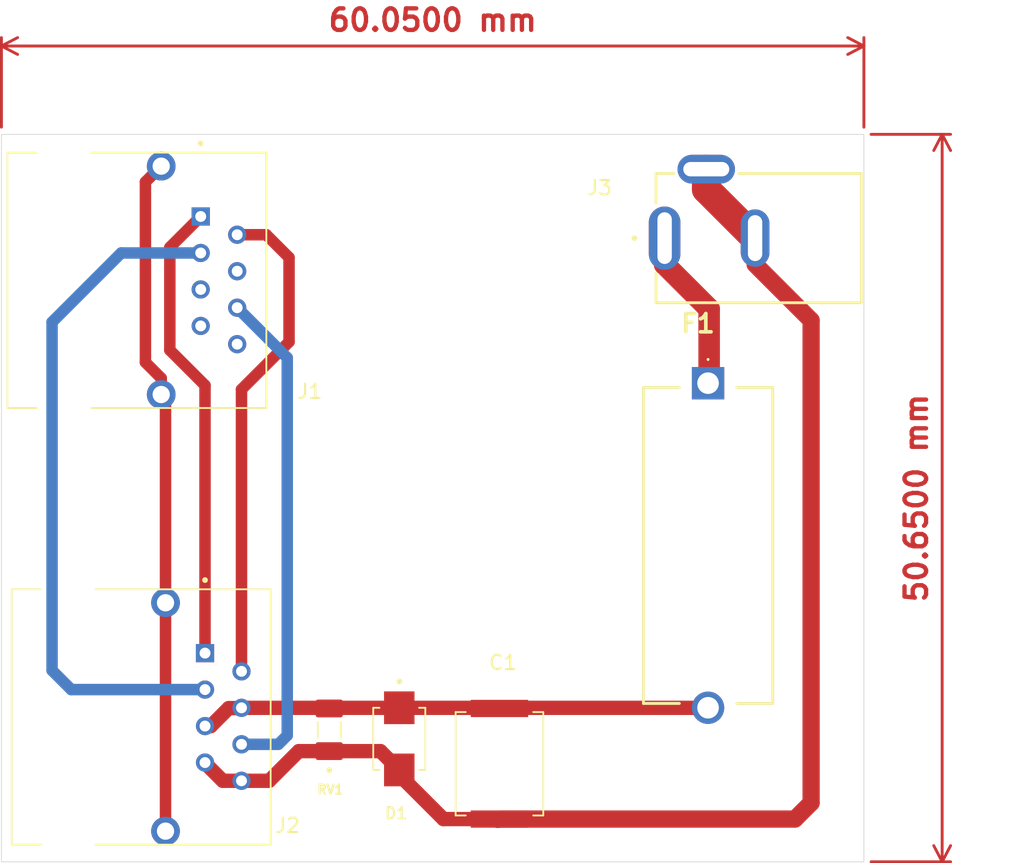
<source format=kicad_pcb>
(kicad_pcb (version 20240108) (generator "pcbnew") (generator_version "8.0")
  (layers (0 "F.Cu" signal) (31 "B.Cu" signal) (34 "B.Paste" user) (35 "F.Paste" user) (36 "B.SilkS" user "B.Silkscreen") (37 "F.SilkS" user "F.Silkscreen") (38 "B.Mask" user) (39 "F.Mask" user) (44 "Edge.Cuts" user))
  (net 0 "")
  (net 1 "Net-(F1-Pad1)")
  (net 4 "GND")
  (net 5 "VCC")
  (net 6 "GNDPWR")
  (net 7 "Net-(J1-Pad2)")
  (net 8 "Net-(J1-Pad3)")
  (net 9 "Net-(J1-Pad6)")
  (net 10 "Net-(J1-Pad1)")
  (footprint "Equatorial_foot:CAP_SMDIC04100TB00KQ00" (layer "F.Cu") (at 110.45 102.175 90)
    (property "Reference" "C1" (at 7.05 0.25 180) (layer "F.SilkS"))
    (property "Value" "SMDIC04100TB00KQ00" (hide yes))
    (fp_line (start 3.6 -3.05) (end 3.6 -2.35) (stroke (width 0.127)) (layer "F.SilkS"))
    (fp_line (start -3.6 -3.05) (end 3.6 -3.05) (stroke (width 0.127)) (layer "F.SilkS"))
    (fp_line (start -3.6 -2.35) (end -3.6 -3.05) (stroke (width 0.127)) (layer "F.SilkS"))
    (fp_line (start -3.6 2.35) (end -3.6 3.05) (stroke (width 0.127)) (layer "F.SilkS"))
    (fp_line (start 3.6 3.05) (end 3.6 2.35) (stroke (width 0.127)) (layer "F.SilkS"))
    (fp_line (start -3.6 3.05) (end 3.6 3.05) (stroke (width 0.127)) (layer "F.SilkS"))
    (pad "1" smd rect (at -3.85 0 90) (size 1.2 4) (layers "F.Cu" "F.Paste" "F.Mask") (net 4 "GND"))
    (pad "2" smd rect (at 3.85 0 90) (size 1.2 4) (layers "F.Cu" "F.Paste" "F.Mask") (net 5 "VCC"))
  )
  (footprint "Equatorial_foot:RJ45-8P8C" (layer "F.Cu") (at 83.3 68.515 -90)
    (property "Reference" "J1" (at 7.735 -13.95 180) (layer "F.SilkS") (effects (font (size 1.000614 1.000614))))
    (property "Value" "RJ45-8P8C" (hide yes))
    (fp_line (start -8.89 7.11) (end 8.89 7.11) (stroke (width 0.127)) (layer "F.SilkS"))
    (fp_line (start 8.89 7.11) (end 8.89 5.08) (stroke (width 0.127)) (layer "F.SilkS"))
    (fp_line (start -8.89 5.08) (end -8.89 7.11) (stroke (width 0.127)) (layer "F.SilkS"))
    (fp_line (start -8.89 -10.92) (end -8.89 1.27) (stroke (width 0.127)) (layer "F.SilkS"))
    (fp_line (start -8.89 -10.92) (end 8.89 -10.92) (stroke (width 0.127)) (layer "F.SilkS"))
    (fp_line (start 8.89 -10.92) (end 8.89 1.27) (stroke (width 0.127)) (layer "F.SilkS"))
    (fp_circle (center -9.53 -6.35) (end -9.43 -6.35) (stroke (width 0.2)) (fill none) (layer "F.SilkS"))
    (pad "" np_thru_hole circle (at -5.715 0.5 270) (size 3.25 3.25) (drill 3.25) (layers "*.Cu" "*.Mask"))
    (pad "" np_thru_hole circle (at 5.715 0.5 270) (size 3.25 3.25) (drill 3.25) (layers "*.Cu" "*.Mask"))
    (pad "1" thru_hole rect (at -4.445 -6.35 270) (size 1.268 1.268) (drill 0.76) (layers "*.Cu" "*.Mask") (net 10 "Net-(J1-Pad1)"))
    (pad "2" thru_hole circle (at -3.175 -8.89 270) (size 1.268 1.268) (drill 0.76) (layers "*.Cu" "*.Mask") (net 7 "Net-(J1-Pad2)"))
    (pad "3" thru_hole circle (at -1.905 -6.35 270) (size 1.268 1.268) (drill 0.76) (layers "*.Cu" "*.Mask") (net 8 "Net-(J1-Pad3)"))
    (pad "4" thru_hole circle (at -0.635 -8.89 270) (size 1.268 1.268) (drill 0.76) (layers "*.Cu" "*.Mask"))
    (pad "5" thru_hole circle (at 0.635 -6.35 270) (size 1.268 1.268) (drill 0.76) (layers "*.Cu" "*.Mask"))
    (pad "6" thru_hole circle (at 1.905 -8.89 270) (size 1.268 1.268) (drill 0.76) (layers "*.Cu" "*.Mask") (net 9 "Net-(J1-Pad6)"))
    (pad "7" thru_hole circle (at 3.175 -6.35 270) (size 1.268 1.268) (drill 0.76) (layers "*.Cu" "*.Mask"))
    (pad "8" thru_hole circle (at 4.445 -8.89 270) (size 1.268 1.268) (drill 0.76) (layers "*.Cu" "*.Mask"))
    (pad "9" thru_hole circle (at -7.95 -3.6 270) (size 2 2) (drill 1.2) (layers "*.Cu" "*.Mask") (net 6 "GNDPWR"))
    (pad "10" thru_hole circle (at 7.95 -3.6 270) (size 2 2) (drill 1.2) (layers "*.Cu" "*.Mask") (net 6 "GNDPWR"))
  )
  (footprint "Equatorial_foot:696101000002" (layer "F.Cu") (at 124.975 75.675 -90)
    (property "Reference" "F1" (at -4.15 0.7 180) (layer "F.SilkS") (effects (font (size 1.27 1.27) (thickness 0.254))))
    (property "Value" "696101000002" (hide yes))
    (fp_line (start 0.3 4.5) (end 22.3 4.5) (stroke (width 0.2)) (layer "F.SilkS"))
    (fp_line (start 22.3 4.5) (end 22.3 2) (stroke (width 0.2)) (layer "F.SilkS"))
    (fp_line (start 0.3 2) (end 0.3 4.5) (stroke (width 0.2)) (layer "F.SilkS"))
    (fp_line (start -1.7 0) (end -1.7 0) (stroke (width 0.1)) (layer "F.SilkS"))
    (fp_line (start -1.6 0) (end -1.6 0) (stroke (width 0.1)) (layer "F.SilkS"))
    (fp_line (start 22.3 -2) (end 22.3 -4.5) (stroke (width 0.2)) (layer "F.SilkS"))
    (fp_line (start 0.3 -4.5) (end 0.3 -2) (stroke (width 0.2)) (layer "F.SilkS"))
    (fp_line (start 22.3 -4.5) (end 0.3 -4.5) (stroke (width 0.2)) (layer "F.SilkS"))
    (fp_arc (start -1.7 0) (mid -1.65 -0.05) (end -1.6 0) (stroke (width 0.1)) (layer "F.SilkS"))
    (fp_arc (start -1.6 0) (mid -1.65 0.05) (end -1.7 0) (stroke (width 0.1)) (layer "F.SilkS"))
    (pad "1" thru_hole rect (at 0 0 270) (size 2.25 2.25) (drill 1.5) (layers "*.Cu" "*.Mask") (net 1 "Net-(F1-Pad1)"))
    (pad "2" thru_hole circle (at 22.6 0 270) (size 2.25 2.25) (drill 1.5) (layers "*.Cu" "*.Mask") (net 5 "VCC"))
  )
  (footprint "Equatorial_foot:GCT_DCJ200-10-A-XX-K_REVA" (layer "F.Cu") (at 128.5 65.575 90)
    (property "Reference" "J3" (at 3.5 -11.075 180) (layer "F.SilkS"))
    (property "Value" "DCJ200-10-A-XX-K_REVA" (hide yes))
    (fp_line (start 4.5 -7.15) (end 4.5 -5.9) (stroke (width 0.2)) (layer "F.SilkS"))
    (fp_line (start 2.45 -7.15) (end 4.5 -7.15) (stroke (width 0.2)) (layer "F.SilkS"))
    (fp_line (start -2.45 -7.15) (end -4.5 -7.15) (stroke (width 0.2)) (layer "F.SilkS"))
    (fp_line (start 4.5 7.15) (end 4.5 -1.4) (stroke (width 0.2)) (layer "F.SilkS"))
    (fp_line (start -4.5 7.15) (end -4.5 -7.15) (stroke (width 0.2)) (layer "F.SilkS"))
    (fp_line (start -4.5 7.15) (end 4.5 7.15) (stroke (width 0.2)) (layer "F.SilkS"))
    (fp_circle (center 0 -8.65) (end 0.1 -8.65) (stroke (width 0.2)) (fill none) (layer "F.SilkS"))
    (pad "1" thru_hole oval (at 0 -6.55 90) (size 4.4 2.2) (drill oval 3.6 1) (layers "*.Cu" "*.Mask") (net 1 "Net-(F1-Pad1)"))
    (pad "2" thru_hole oval (at 0 -0.25 90) (size 4 2) (drill oval 3.2 1) (layers "*.Cu" "*.Mask") (net 4 "GND"))
    (pad "3" thru_hole oval (at 4.8 -3.65 90) (size 2 4) (drill oval 1 3.2) (layers "*.Cu" "*.Mask") (net 4 "GND"))
  )
  (footprint "Equatorial_foot:RJ45-8P8C" (layer "F.Cu") (at 83.6 98.915 -90)
    (property "Reference" "J2" (at 7.56 -12.1 180) (layer "F.SilkS") (effects (font (size 1.000614 1.000614))))
    (property "Value" "RJ45-8P8C" (hide yes))
    (fp_line (start -8.89 7.11) (end 8.89 7.11) (stroke (width 0.127)) (layer "F.SilkS"))
    (fp_line (start 8.89 7.11) (end 8.89 5.08) (stroke (width 0.127)) (layer "F.SilkS"))
    (fp_line (start -8.89 5.08) (end -8.89 7.11) (stroke (width 0.127)) (layer "F.SilkS"))
    (fp_line (start -8.89 -10.92) (end -8.89 1.27) (stroke (width 0.127)) (layer "F.SilkS"))
    (fp_line (start -8.89 -10.92) (end 8.89 -10.92) (stroke (width 0.127)) (layer "F.SilkS"))
    (fp_line (start 8.89 -10.92) (end 8.89 1.27) (stroke (width 0.127)) (layer "F.SilkS"))
    (fp_circle (center -9.53 -6.35) (end -9.43 -6.35) (stroke (width 0.2)) (fill none) (layer "F.SilkS"))
    (pad "" np_thru_hole circle (at -5.715 0.5 270) (size 3.25 3.25) (drill 3.25) (layers "*.Cu" "*.Mask"))
    (pad "" np_thru_hole circle (at 5.715 0.5 270) (size 3.25 3.25) (drill 3.25) (layers "*.Cu" "*.Mask"))
    (pad "1" thru_hole rect (at -4.445 -6.35 270) (size 1.268 1.268) (drill 0.76) (layers "*.Cu" "*.Mask") (net 10 "Net-(J1-Pad1)"))
    (pad "2" thru_hole circle (at -3.175 -8.89 270) (size 1.268 1.268) (drill 0.76) (layers "*.Cu" "*.Mask") (net 7 "Net-(J1-Pad2)"))
    (pad "3" thru_hole circle (at -1.905 -6.35 270) (size 1.268 1.268) (drill 0.76) (layers "*.Cu" "*.Mask") (net 8 "Net-(J1-Pad3)"))
    (pad "4" thru_hole circle (at -0.635 -8.89 270) (size 1.268 1.268) (drill 0.76) (layers "*.Cu" "*.Mask") (net 5 "VCC"))
    (pad "5" thru_hole circle (at 0.635 -6.35 270) (size 1.268 1.268) (drill 0.76) (layers "*.Cu" "*.Mask") (net 5 "VCC"))
    (pad "6" thru_hole circle (at 1.905 -8.89 270) (size 1.268 1.268) (drill 0.76) (layers "*.Cu" "*.Mask") (net 9 "Net-(J1-Pad6)"))
    (pad "7" thru_hole circle (at 3.175 -6.35 270) (size 1.268 1.268) (drill 0.76) (layers "*.Cu" "*.Mask") (net 4 "GND"))
    (pad "8" thru_hole circle (at 4.445 -8.89 270) (size 1.268 1.268) (drill 0.76) (layers "*.Cu" "*.Mask") (net 4 "GND"))
    (pad "9" thru_hole circle (at -7.95 -3.6 270) (size 2 2) (drill 1.2) (layers "*.Cu" "*.Mask") (net 6 "GNDPWR"))
    (pad "10" thru_hole circle (at 7.95 -3.6 270) (size 2 2) (drill 1.2) (layers "*.Cu" "*.Mask") (net 6 "GNDPWR"))
  )
  (footprint "Equatorial_foot:DIOM4336X265N" (layer "F.Cu") (at 103.475 100.44 -90)
    (property "Reference" "D1" (at 5.185 0.225 180) (layer "F.SilkS") (effects (font (size 0.787402 0.787402))))
    (property "Value" "SMBJ58A" (hide yes))
    (fp_line (start -2.1625 1.8125) (end 2.1625 1.8125) (stroke (width 0.127)) (layer "F.SilkS"))
    (fp_line (start -2.1625 1.8125) (end -2.1625 1.38) (stroke (width 0.127)) (layer "F.SilkS"))
    (fp_line (start 2.1625 1.8125) (end 2.1625 1.38) (stroke (width 0.127)) (layer "F.SilkS"))
    (fp_line (start 2.1625 -1.38) (end 2.1625 -1.8125) (stroke (width 0.127)) (layer "F.SilkS"))
    (fp_line (start -2.1625 -1.8125) (end -2.1625 -1.38) (stroke (width 0.127)) (layer "F.SilkS"))
    (fp_line (start 2.1625 -1.8125) (end -2.1625 -1.8125) (stroke (width 0.127)) (layer "F.SilkS"))
    (fp_circle (center -4 0) (end -3.9 0) (stroke (width 0.2)) (fill none) (layer "F.SilkS"))
    (pad "A" smd rect (at 2.165 0 270) (size 2.28 2.12) (layers "F.Cu" "F.Paste" "F.Mask") (net 4 "GND"))
    (pad "C" smd rect (at -2.165 0 270) (size 2.28 2.12) (layers "F.Cu" "F.Paste" "F.Mask") (net 5 "VCC"))
  )
  (footprint "Equatorial_foot:VARC3216X180N" (layer "F.Cu") (at 98.6 99.81 90)
    (property "Reference" "RV1" (at -4.165 0.075 180) (layer "F.SilkS") (effects (font (size 0.64 0.64))))
    (property "Value" "V56MLA1206N" (hide yes))
    (fp_line (start 0.545 -0.8) (end -0.545 -0.8) (stroke (width 0.127)) (layer "F.SilkS"))
    (fp_line (start -0.545 0.8) (end 0.545 0.8) (stroke (width 0.127)) (layer "F.SilkS"))
    (fp_circle (center -2.805 0) (end -2.705 0) (stroke (width 0.2)) (fill none) (layer "F.SilkS"))
    (pad "1" smd roundrect (at -1.485 0 90) (size 1.24 1.89) (layers "F.Cu" "F.Paste" "F.Mask") (roundrect_rratio 0.125) (net 4 "GND"))
    (pad "2" smd roundrect (at 1.485 0 90) (size 1.24 1.89) (layers "F.Cu" "F.Paste" "F.Mask") (roundrect_rratio 0.125) (net 5 "VCC"))
  )
  (gr_rect (start 75.775 58.35) (end 135.825 109) (stroke (width 0.05)) (fill none) (layer "Edge.Cuts"))
  (dimension (type aligned) (layer "F.Cu") (pts (xy 75.775 58.35) (xy 135.825 58.35)) (height -6.15) (gr_text "60,0500 mm" (at 105.8 50.4 0) (layer "F.Cu") (effects (font (size 1.5 1.5) (thickness 0.3)))) (format (prefix "") (suffix "") (units 3) (units_format 1) (precision 4)) (style (thickness 0.2) (arrow_length 1.27) (text_position_mode 0) (extension_height 0.58642) (extension_offset 0.5) keep_text_aligned))
  (dimension (type aligned) (layer "F.Cu") (pts (xy 135.825 109) (xy 135.825 58.35)) (height 5.45) (gr_text "50,6500 mm" (at 139.475 83.675 90) (layer "F.Cu") (effects (font (size 1.5 1.5) (thickness 0.3)))) (format (prefix "") (suffix "") (units 3) (units_format 1) (precision 4)) (style (thickness 0.2) (arrow_length 1.27) (text_position_mode 0) (extension_height 0.58642) (extension_offset 0.5) keep_text_aligned))
  (segment (start 121.95 67.4) (end 125.05 70.5) (width 1.5) (layer "F.Cu") (net 1))
  (segment (start 125.05 75.6) (end 124.975 75.675) (width 1.5) (layer "F.Cu") (net 1))
  (segment (start 125.05 70.5) (end 125.05 75.6) (width 1.5) (layer "F.Cu") (net 1))
  (segment (start 121.95 65.575) (end 121.95 67.4) (width 1.5) (layer "F.Cu") (net 1))
  (segment (start 89.95 102.125) (end 91.185 103.36) (width 1) (layer "F.Cu") (net 4))
  (segment (start 103.475 102.605) (end 103.475 102.95) (width 1) (layer "F.Cu") (net 4))
  (segment (start 124.85 62.175) (end 124.85 60.775) (width 2) (layer "F.Cu") (net 4))
  (segment (start 98.6 101.295) (end 102.165 101.295) (width 1) (layer "F.Cu") (net 4))
  (segment (start 110.45 106.025) (end 106.55 106.025) (width 1) (layer "F.Cu") (net 4))
  (segment (start 94.415 103.36) (end 96.48 101.295) (width 1) (layer "F.Cu") (net 4))
  (segment (start 124.85 60.775) (end 124.75 60.875) (width 2) (layer "F.Cu") (net 4))
  (segment (start 128.25 67.4) (end 132.15 71.3) (width 1.2) (layer "F.Cu") (net 4))
  (segment (start 103.475 102.95) (end 106.55 106.025) (width 1) (layer "F.Cu") (net 4))
  (segment (start 91.185 103.36) (end 92.49 103.36) (width 1) (layer "F.Cu") (net 4))
  (segment (start 131.025 106.025) (end 110.45 106.025) (width 1.2) (layer "F.Cu") (net 4))
  (segment (start 110.325 106.15) (end 110.45 106.025) (width 1) (layer "F.Cu") (net 4))
  (segment (start 96.48 101.295) (end 98.6 101.295) (width 1) (layer "F.Cu") (net 4))
  (segment (start 132.15 71.3) (end 132.15 104.9) (width 1.2) (layer "F.Cu") (net 4))
  (segment (start 132.15 104.9) (end 131.025 106.025) (width 1.2) (layer "F.Cu") (net 4))
  (segment (start 89.95 102.09) (end 89.95 102.125) (width 1) (layer "F.Cu") (net 4))
  (segment (start 92.49 103.36) (end 94.415 103.36) (width 1) (layer "F.Cu") (net 4))
  (segment (start 128.25 65.575) (end 124.85 62.175) (width 2) (layer "F.Cu") (net 4))
  (segment (start 102.165 101.295) (end 103.475 102.605) (width 1) (layer "F.Cu") (net 4))
  (segment (start 91.6 98.3) (end 92.47 98.3) (width 1) (layer "F.Cu") (net 5))
  (segment (start 92.49 98.28) (end 92.57 98.2) (width 1) (layer "F.Cu") (net 5))
  (segment (start 90.35 99.55) (end 91.6 98.3) (width 1) (layer "F.Cu") (net 5))
  (segment (start 124.73 98.28) (end 124.65 98.2) (width 1) (layer "F.Cu") (net 5))
  (segment (start 92.49 98.28) (end 124.73 98.28) (width 1) (layer "F.Cu") (net 5))
  (segment (start 89.95 99.55) (end 90.35 99.55) (width 1) (layer "F.Cu") (net 5))
  (segment (start 92.47 98.3) (end 92.49 98.28) (width 1) (layer "F.Cu") (net 5))
  (segment (start 87.2 76.765) (end 86.9 76.465) (width 0.8) (layer "F.Cu") (net 6))
  (segment (start 85.8 74.225) (end 85.8 61.665) (width 0.8) (layer "F.Cu") (net 6))
  (segment (start 85.8 61.665) (end 86.9 60.565) (width 0.8) (layer "F.Cu") (net 6))
  (segment (start 86.9 75.325) (end 85.8 74.225) (width 0.8) (layer "F.Cu") (net 6))
  (segment (start 87.2 90.965) (end 87.2 76.765) (width 0.8) (layer "F.Cu") (net 6))
  (segment (start 86.9 76.465) (end 86.9 75.325) (width 0.8) (layer "F.Cu") (net 6))
  (segment (start 87.2 106.865) (end 87.2 90.965) (width 0.8) (layer "F.Cu") (net 6))
  (segment (start 95.8 72.8) (end 95.8 66.925) (width 0.8) (layer "F.Cu") (net 7))
  (segment (start 92.49 76.11) (end 95.8 72.8) (width 0.8) (layer "F.Cu") (net 7))
  (segment (start 95.8 66.925) (end 94.215 65.34) (width 0.8) (layer "F.Cu") (net 7))
  (segment (start 94.215 65.34) (end 92.19 65.34) (width 0.8) (layer "F.Cu") (net 7))
  (segment (start 92.49 95.74) (end 92.49 76.11) (width 0.8) (layer "F.Cu") (net 7))
  (segment (start 79.3 95.675) (end 79.3 71.425) (width 0.8) (layer "B.Cu") (net 8))
  (segment (start 89.95 97.01) (end 80.635 97.01) (width 0.8) (layer "B.Cu") (net 8))
  (segment (start 80.635 97.01) (end 79.3 95.675) (width 0.8) (layer "B.Cu") (net 8))
  (segment (start 79.3 71.425) (end 84.115 66.61) (width 0.8) (layer "B.Cu") (net 8))
  (segment (start 84.115 66.61) (end 89.65 66.61) (width 0.8) (layer "B.Cu") (net 8))
  (segment (start 92.49 100.82) (end 95.055 100.82) (width 0.8) (layer "B.Cu") (net 9))
  (segment (start 95.675 100.2) (end 95.675 73.905) (width 0.8) (layer "B.Cu") (net 9))
  (segment (start 95.055 100.82) (end 95.675 100.2) (width 0.8) (layer "B.Cu") (net 9))
  (segment (start 95.675 73.905) (end 92.19 70.42) (width 0.8) (layer "B.Cu") (net 9))
  (segment (start 87.5 73.375) (end 87.5 66.22) (width 0.8) (layer "F.Cu") (net 10))
  (segment (start 89.95 75.825) (end 87.5 73.375) (width 0.8) (layer "F.Cu") (net 10))
  (segment (start 87.5 66.22) (end 89.65 64.07) (width 0.8) (layer "F.Cu") (net 10))
  (segment (start 89.95 94.47) (end 89.95 75.825) (width 0.8) (layer "F.Cu") (net 10))
)
</source>
